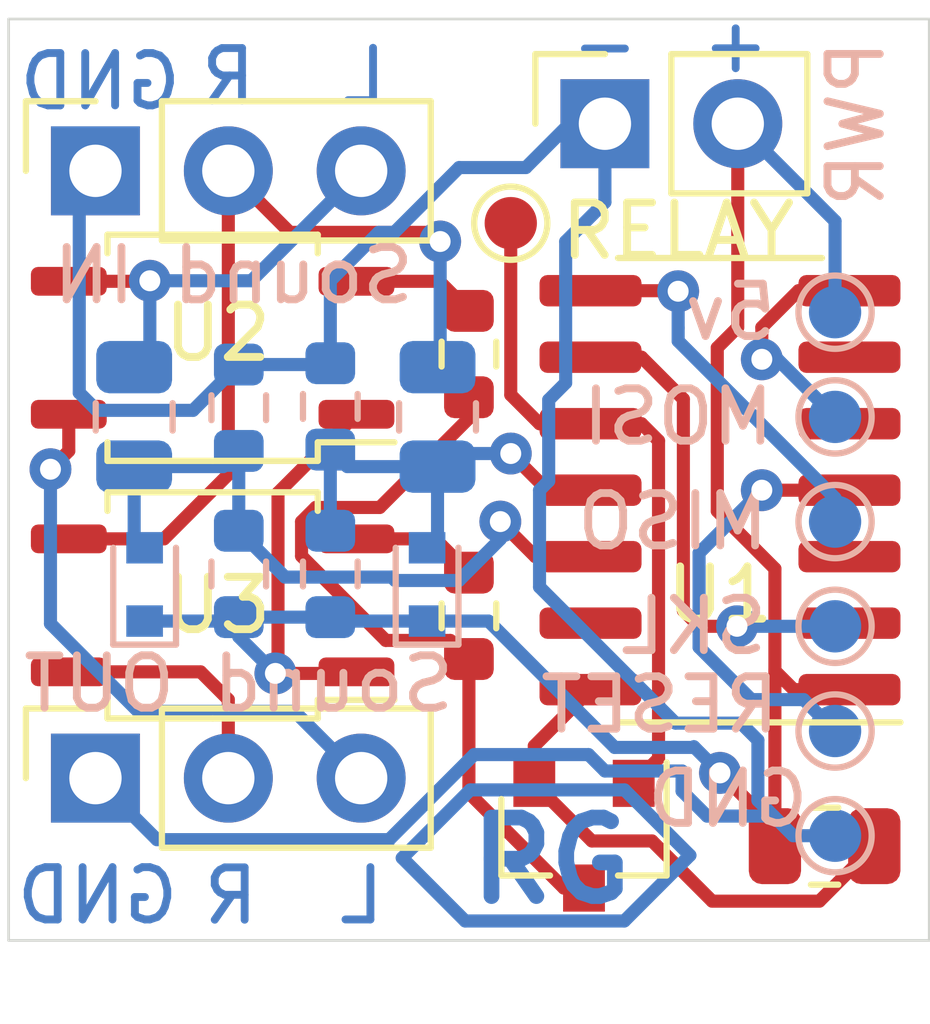
<source format=kicad_pcb>
(kicad_pcb (version 20171130) (host pcbnew 5.1.7-a382d34a8~88~ubuntu16.04.1)

  (general
    (thickness 1.6)
    (drawings 20)
    (tracks 177)
    (zones 0)
    (modules 26)
    (nets 17)
  )

  (page A4)
  (layers
    (0 F.Cu signal)
    (31 B.Cu signal)
    (32 B.Adhes user)
    (33 F.Adhes user)
    (34 B.Paste user)
    (35 F.Paste user)
    (36 B.SilkS user)
    (37 F.SilkS user)
    (38 B.Mask user)
    (39 F.Mask user)
    (40 Dwgs.User user)
    (41 Cmts.User user)
    (42 Eco1.User user)
    (43 Eco2.User user)
    (44 Edge.Cuts user)
    (45 Margin user)
    (46 B.CrtYd user)
    (47 F.CrtYd user)
    (48 B.Fab user hide)
    (49 F.Fab user hide)
  )

  (setup
    (last_trace_width 0.25)
    (trace_clearance 0.2)
    (zone_clearance 0.508)
    (zone_45_only no)
    (trace_min 0.2)
    (via_size 0.8)
    (via_drill 0.4)
    (via_min_size 0.4)
    (via_min_drill 0.3)
    (uvia_size 0.3)
    (uvia_drill 0.1)
    (uvias_allowed no)
    (uvia_min_size 0.2)
    (uvia_min_drill 0.1)
    (edge_width 0.05)
    (segment_width 0.2)
    (pcb_text_width 0.3)
    (pcb_text_size 1.5 1.5)
    (mod_edge_width 0.12)
    (mod_text_size 1 1)
    (mod_text_width 0.15)
    (pad_size 1.524 1.524)
    (pad_drill 0.762)
    (pad_to_mask_clearance 0)
    (aux_axis_origin 0 0)
    (visible_elements FFFFFF7F)
    (pcbplotparams
      (layerselection 0x010fc_ffffffff)
      (usegerberextensions false)
      (usegerberattributes true)
      (usegerberadvancedattributes true)
      (creategerberjobfile true)
      (excludeedgelayer true)
      (linewidth 0.100000)
      (plotframeref false)
      (viasonmask false)
      (mode 1)
      (useauxorigin false)
      (hpglpennumber 1)
      (hpglpenspeed 20)
      (hpglpendiameter 15.000000)
      (psnegative false)
      (psa4output false)
      (plotreference true)
      (plotvalue true)
      (plotinvisibletext false)
      (padsonsilk false)
      (subtractmaskfromsilk false)
      (outputformat 1)
      (mirror false)
      (drillshape 1)
      (scaleselection 1)
      (outputdirectory ""))
  )

  (net 0 "")
  (net 1 GND)
  (net 2 +5V)
  (net 3 Sense_R)
  (net 4 "Net-(C2-Pad1)")
  (net 5 Sense_L)
  (net 6 "Net-(C3-Pad1)")
  (net 7 "Net-(J2-Pad3)")
  (net 8 "Net-(J2-Pad2)")
  (net 9 "Net-(Q1-Pad3)")
  (net 10 Relay)
  (net 11 "Net-(R5-Pad1)")
  (net 12 "Net-(R6-Pad1)")
  (net 13 "Net-(TP3-Pad1)")
  (net 14 "Net-(TP4-Pad1)")
  (net 15 "Net-(TP5-Pad1)")
  (net 16 "Net-(TP6-Pad1)")

  (net_class Default "This is the default net class."
    (clearance 0.2)
    (trace_width 0.25)
    (via_dia 0.8)
    (via_drill 0.4)
    (uvia_dia 0.3)
    (uvia_drill 0.1)
    (add_net +5V)
    (add_net GND)
    (add_net "Net-(C2-Pad1)")
    (add_net "Net-(C3-Pad1)")
    (add_net "Net-(J2-Pad2)")
    (add_net "Net-(J2-Pad3)")
    (add_net "Net-(Q1-Pad3)")
    (add_net "Net-(R5-Pad1)")
    (add_net "Net-(R6-Pad1)")
    (add_net "Net-(TP3-Pad1)")
    (add_net "Net-(TP4-Pad1)")
    (add_net "Net-(TP5-Pad1)")
    (add_net "Net-(TP6-Pad1)")
    (add_net Relay)
    (add_net Sense_L)
    (add_net Sense_R)
  )

  (module RG:rg-logo-smol (layer F.Cu) (tedit 6098DF8D) (tstamp 609943F3)
    (at 164.55 75.4)
    (fp_text reference REF** (at 5.525 -5.55) (layer F.SilkS) hide
      (effects (font (size 1 1) (thickness 0.15)))
    )
    (fp_text value rg-logo-smol (at 5.525 -6.55) (layer F.Fab)
      (effects (font (size 1 1) (thickness 0.15)))
    )
    (fp_text user RG (at 0.025 0.075) (layer B.Cu)
      (effects (font (size 1.5 1.5) (thickness 0.3)))
    )
    (fp_line (start -1.525 -1.275) (end -2.825 0.025) (layer B.Cu) (width 0.25))
    (fp_line (start -2.825 0.025) (end -1.621419 1.228581) (layer B.Cu) (width 0.25))
    (fp_line (start -1.621419 1.228581) (end 1.421419 1.228581) (layer B.Cu) (width 0.25))
    (fp_line (start 1.425 -1.275) (end -1.525 -1.275) (layer B.Cu) (width 0.25))
    (fp_line (start 2.675 -0.025) (end 1.425 -1.275) (layer B.Cu) (width 0.25))
    (fp_line (start 1.421419 1.228581) (end 2.675 -0.025) (layer B.Cu) (width 0.25))
    (fp_poly (pts (xy 2.575 -0.025) (xy 1.4 1.2) (xy -1.55 1.2) (xy -2.725 0.025)
      (xy -1.55 -1.2) (xy 1.4 -1.2)) (layer B.Mask) (width 0.1))
  )

  (module TestPoint:TestPoint_Pad_D1.0mm (layer F.Cu) (tedit 5A0F774F) (tstamp 6096FAE1)
    (at 163.8 63.3)
    (descr "SMD pad as test Point, diameter 1.0mm")
    (tags "test point SMD pad")
    (path /609729FE)
    (attr virtual)
    (fp_text reference TP7 (at 0 -1.448) (layer F.SilkS) hide
      (effects (font (size 1 1) (thickness 0.15)))
    )
    (fp_text value RELAY (at 3.2 0.15) (layer F.SilkS)
      (effects (font (size 1 1) (thickness 0.15)))
    )
    (fp_circle (center 0 0) (end 0 0.7) (layer F.SilkS) (width 0.12))
    (fp_circle (center 0 0) (end 1 0) (layer F.CrtYd) (width 0.05))
    (fp_text user %R (at 0 -1.45) (layer F.Fab)
      (effects (font (size 1 1) (thickness 0.15)))
    )
    (pad 1 smd circle (at 0 0) (size 1 1) (layers F.Cu F.Mask)
      (net 10 Relay))
  )

  (module TestPoint:TestPoint_Pad_D1.0mm (layer B.Cu) (tedit 5A0F774F) (tstamp 6095F394)
    (at 170 67)
    (descr "SMD pad as test Point, diameter 1.0mm")
    (tags "test point SMD pad")
    (path /60A70BD2)
    (attr virtual)
    (fp_text reference TP6 (at 0 1.448) (layer B.SilkS) hide
      (effects (font (size 1 1) (thickness 0.15)) (justify mirror))
    )
    (fp_text value MOSI (at -3 0) (layer B.SilkS)
      (effects (font (size 1 1) (thickness 0.15)) (justify mirror))
    )
    (fp_circle (center 0 0) (end 1 0) (layer B.CrtYd) (width 0.05))
    (fp_circle (center 0 0) (end 0 -0.7) (layer B.SilkS) (width 0.12))
    (fp_text user %R (at 0 1.45) (layer B.Fab)
      (effects (font (size 1 1) (thickness 0.15)) (justify mirror))
    )
    (pad 1 smd circle (at 0 0) (size 1 1) (layers B.Cu B.Mask)
      (net 16 "Net-(TP6-Pad1)"))
  )

  (module TestPoint:TestPoint_Pad_D1.0mm (layer B.Cu) (tedit 5A0F774F) (tstamp 6095F38C)
    (at 170 69)
    (descr "SMD pad as test Point, diameter 1.0mm")
    (tags "test point SMD pad")
    (path /60A6FF4D)
    (attr virtual)
    (fp_text reference TP5 (at 0 1.448) (layer B.SilkS) hide
      (effects (font (size 1 1) (thickness 0.15)) (justify mirror))
    )
    (fp_text value MISO (at -3.1 0) (layer B.SilkS)
      (effects (font (size 1 1) (thickness 0.15)) (justify mirror))
    )
    (fp_circle (center 0 0) (end 1 0) (layer B.CrtYd) (width 0.05))
    (fp_circle (center 0 0) (end 0 -0.7) (layer B.SilkS) (width 0.12))
    (fp_text user %R (at 0 1.45) (layer B.Fab)
      (effects (font (size 1 1) (thickness 0.15)) (justify mirror))
    )
    (pad 1 smd circle (at 0 0) (size 1 1) (layers B.Cu B.Mask)
      (net 15 "Net-(TP5-Pad1)"))
  )

  (module TestPoint:TestPoint_Pad_D1.0mm (layer B.Cu) (tedit 5A0F774F) (tstamp 6095F384)
    (at 170 71)
    (descr "SMD pad as test Point, diameter 1.0mm")
    (tags "test point SMD pad")
    (path /60A70207)
    (attr virtual)
    (fp_text reference TP4 (at 0 1.448) (layer B.SilkS) hide
      (effects (font (size 1 1) (thickness 0.15)) (justify mirror))
    )
    (fp_text value SKL (at -2.7 0) (layer B.SilkS)
      (effects (font (size 1 1) (thickness 0.15)) (justify mirror))
    )
    (fp_circle (center 0 0) (end 1 0) (layer B.CrtYd) (width 0.05))
    (fp_circle (center 0 0) (end 0 -0.7) (layer B.SilkS) (width 0.12))
    (fp_text user %R (at 0 1.45) (layer B.Fab)
      (effects (font (size 1 1) (thickness 0.15)) (justify mirror))
    )
    (pad 1 smd circle (at 0 0) (size 1 1) (layers B.Cu B.Mask)
      (net 14 "Net-(TP4-Pad1)"))
  )

  (module TestPoint:TestPoint_Pad_D1.0mm (layer B.Cu) (tedit 5A0F774F) (tstamp 6095F37C)
    (at 170 73)
    (descr "SMD pad as test Point, diameter 1.0mm")
    (tags "test point SMD pad")
    (path /60A70717)
    (attr virtual)
    (fp_text reference TP3 (at 0 1.448) (layer B.SilkS) hide
      (effects (font (size 1 1) (thickness 0.15)) (justify mirror))
    )
    (fp_text value RESET (at -3.35 -0.5) (layer B.SilkS)
      (effects (font (size 1 1) (thickness 0.15)) (justify mirror))
    )
    (fp_circle (center 0 0) (end 1 0) (layer B.CrtYd) (width 0.05))
    (fp_circle (center 0 0) (end 0 -0.7) (layer B.SilkS) (width 0.12))
    (fp_text user %R (at 0 1.45) (layer B.Fab)
      (effects (font (size 1 1) (thickness 0.15)) (justify mirror))
    )
    (pad 1 smd circle (at 0 0) (size 1 1) (layers B.Cu B.Mask)
      (net 13 "Net-(TP3-Pad1)"))
  )

  (module TestPoint:TestPoint_Pad_D1.0mm (layer B.Cu) (tedit 5A0F774F) (tstamp 6095F374)
    (at 170 75)
    (descr "SMD pad as test Point, diameter 1.0mm")
    (tags "test point SMD pad")
    (path /60A71065)
    (attr virtual)
    (fp_text reference TP2 (at -2.7 0) (layer B.SilkS) hide
      (effects (font (size 1 1) (thickness 0.15)) (justify mirror))
    )
    (fp_text value GND (at -2.05 -0.7) (layer B.SilkS)
      (effects (font (size 1 1) (thickness 0.15)) (justify mirror))
    )
    (fp_circle (center 0 0) (end 1 0) (layer B.CrtYd) (width 0.05))
    (fp_circle (center 0 0) (end 0 -0.7) (layer B.SilkS) (width 0.12))
    (fp_text user %R (at 0 1.45) (layer B.Fab)
      (effects (font (size 1 1) (thickness 0.15)) (justify mirror))
    )
    (pad 1 smd circle (at 0 0) (size 1 1) (layers B.Cu B.Mask)
      (net 1 GND))
  )

  (module TestPoint:TestPoint_Pad_D1.0mm (layer B.Cu) (tedit 5A0F774F) (tstamp 6095F36C)
    (at 170 65)
    (descr "SMD pad as test Point, diameter 1.0mm")
    (tags "test point SMD pad")
    (path /60A7147A)
    (attr virtual)
    (fp_text reference TP1 (at 0 1.448) (layer B.SilkS) hide
      (effects (font (size 1 1) (thickness 0.15)) (justify mirror))
    )
    (fp_text value 5v (at -2 0) (layer B.SilkS)
      (effects (font (size 1 1) (thickness 0.15)) (justify mirror))
    )
    (fp_circle (center 0 0) (end 1 0) (layer B.CrtYd) (width 0.05))
    (fp_circle (center 0 0) (end 0 -0.7) (layer B.SilkS) (width 0.12))
    (fp_text user %R (at 0 1.45) (layer B.Fab)
      (effects (font (size 1 1) (thickness 0.15)) (justify mirror))
    )
    (pad 1 smd circle (at 0 0) (size 1 1) (layers B.Cu B.Mask)
      (net 2 +5V))
  )

  (module Package_SO:SOP-4_3.8x4.1mm_P2.54mm (layer F.Cu) (tedit 5D9F72B1) (tstamp 6095B65F)
    (at 158.1 70.6 180)
    (descr "SOP, 4 Pin (http://www.ixysic.com/home/pdfs.nsf/www/CPC1017N.pdf/$file/CPC1017N.pdf), generated with kicad-footprint-generator ipc_gullwing_generator.py")
    (tags "SOP SO")
    (path /609CF040)
    (attr smd)
    (fp_text reference U3 (at -0.1 0) (layer F.SilkS)
      (effects (font (size 1 1) (thickness 0.15)))
    )
    (fp_text value SFH617A-2X006 (at 0 3) (layer F.Fab)
      (effects (font (size 1 1) (thickness 0.15)))
    )
    (fp_line (start 0 2.16) (end 2.01 2.16) (layer F.SilkS) (width 0.12))
    (fp_line (start 2.01 2.16) (end 2.01 1.805) (layer F.SilkS) (width 0.12))
    (fp_line (start 0 2.16) (end -2.01 2.16) (layer F.SilkS) (width 0.12))
    (fp_line (start -2.01 2.16) (end -2.01 1.805) (layer F.SilkS) (width 0.12))
    (fp_line (start 0 -2.16) (end 2.01 -2.16) (layer F.SilkS) (width 0.12))
    (fp_line (start 2.01 -2.16) (end 2.01 -1.805) (layer F.SilkS) (width 0.12))
    (fp_line (start 0 -2.16) (end -2.01 -2.16) (layer F.SilkS) (width 0.12))
    (fp_line (start -2.01 -2.16) (end -2.01 -1.805) (layer F.SilkS) (width 0.12))
    (fp_line (start -2.01 -1.805) (end -3.475 -1.805) (layer F.SilkS) (width 0.12))
    (fp_line (start -0.95 -2.05) (end 1.9 -2.05) (layer F.Fab) (width 0.1))
    (fp_line (start 1.9 -2.05) (end 1.9 2.05) (layer F.Fab) (width 0.1))
    (fp_line (start 1.9 2.05) (end -1.9 2.05) (layer F.Fab) (width 0.1))
    (fp_line (start -1.9 2.05) (end -1.9 -1.1) (layer F.Fab) (width 0.1))
    (fp_line (start -1.9 -1.1) (end -0.95 -2.05) (layer F.Fab) (width 0.1))
    (fp_line (start -3.72 -2.3) (end -3.72 2.3) (layer F.CrtYd) (width 0.05))
    (fp_line (start -3.72 2.3) (end 3.72 2.3) (layer F.CrtYd) (width 0.05))
    (fp_line (start 3.72 2.3) (end 3.72 -2.3) (layer F.CrtYd) (width 0.05))
    (fp_line (start 3.72 -2.3) (end -3.72 -2.3) (layer F.CrtYd) (width 0.05))
    (fp_text user %R (at 0 0) (layer F.Fab)
      (effects (font (size 0.95 0.95) (thickness 0.14)))
    )
    (pad 4 smd roundrect (at 2.75 -1.27 180) (size 1.45 0.55) (layers F.Cu F.Paste F.Mask) (roundrect_rratio 0.25)
      (net 8 "Net-(J2-Pad2)"))
    (pad 3 smd roundrect (at 2.75 1.27 180) (size 1.45 0.55) (layers F.Cu F.Paste F.Mask) (roundrect_rratio 0.25)
      (net 6 "Net-(C3-Pad1)"))
    (pad 2 smd roundrect (at -2.75 1.27 180) (size 1.45 0.55) (layers F.Cu F.Paste F.Mask) (roundrect_rratio 0.25)
      (net 12 "Net-(R6-Pad1)"))
    (pad 1 smd roundrect (at -2.75 -1.27 180) (size 1.45 0.55) (layers F.Cu F.Paste F.Mask) (roundrect_rratio 0.25)
      (net 2 +5V))
    (model ${KISYS3DMOD}/Package_SO.3dshapes/SOP-4_3.8x4.1mm_P2.54mm.wrl
      (at (xyz 0 0 0))
      (scale (xyz 1 1 1))
      (rotate (xyz 0 0 0))
    )
  )

  (module Package_SO:SOP-4_3.8x4.1mm_P2.54mm (layer F.Cu) (tedit 5D9F72B1) (tstamp 6095B647)
    (at 158.1 65.68 180)
    (descr "SOP, 4 Pin (http://www.ixysic.com/home/pdfs.nsf/www/CPC1017N.pdf/$file/CPC1017N.pdf), generated with kicad-footprint-generator ipc_gullwing_generator.py")
    (tags "SOP SO")
    (path /609CB032)
    (attr smd)
    (fp_text reference U2 (at -0.1 0.28) (layer F.SilkS)
      (effects (font (size 1 1) (thickness 0.15)))
    )
    (fp_text value SFH617A-2X006 (at 0 3) (layer F.Fab)
      (effects (font (size 1 1) (thickness 0.15)))
    )
    (fp_line (start 0 2.16) (end 2.01 2.16) (layer F.SilkS) (width 0.12))
    (fp_line (start 2.01 2.16) (end 2.01 1.805) (layer F.SilkS) (width 0.12))
    (fp_line (start 0 2.16) (end -2.01 2.16) (layer F.SilkS) (width 0.12))
    (fp_line (start -2.01 2.16) (end -2.01 1.805) (layer F.SilkS) (width 0.12))
    (fp_line (start 0 -2.16) (end 2.01 -2.16) (layer F.SilkS) (width 0.12))
    (fp_line (start 2.01 -2.16) (end 2.01 -1.805) (layer F.SilkS) (width 0.12))
    (fp_line (start 0 -2.16) (end -2.01 -2.16) (layer F.SilkS) (width 0.12))
    (fp_line (start -2.01 -2.16) (end -2.01 -1.805) (layer F.SilkS) (width 0.12))
    (fp_line (start -2.01 -1.805) (end -3.475 -1.805) (layer F.SilkS) (width 0.12))
    (fp_line (start -0.95 -2.05) (end 1.9 -2.05) (layer F.Fab) (width 0.1))
    (fp_line (start 1.9 -2.05) (end 1.9 2.05) (layer F.Fab) (width 0.1))
    (fp_line (start 1.9 2.05) (end -1.9 2.05) (layer F.Fab) (width 0.1))
    (fp_line (start -1.9 2.05) (end -1.9 -1.1) (layer F.Fab) (width 0.1))
    (fp_line (start -1.9 -1.1) (end -0.95 -2.05) (layer F.Fab) (width 0.1))
    (fp_line (start -3.72 -2.3) (end -3.72 2.3) (layer F.CrtYd) (width 0.05))
    (fp_line (start -3.72 2.3) (end 3.72 2.3) (layer F.CrtYd) (width 0.05))
    (fp_line (start 3.72 2.3) (end 3.72 -2.3) (layer F.CrtYd) (width 0.05))
    (fp_line (start 3.72 -2.3) (end -3.72 -2.3) (layer F.CrtYd) (width 0.05))
    (fp_text user %R (at 0 0) (layer F.Fab)
      (effects (font (size 0.95 0.95) (thickness 0.14)))
    )
    (pad 4 smd roundrect (at 2.75 -1.27 180) (size 1.45 0.55) (layers F.Cu F.Paste F.Mask) (roundrect_rratio 0.25)
      (net 7 "Net-(J2-Pad3)"))
    (pad 3 smd roundrect (at 2.75 1.27 180) (size 1.45 0.55) (layers F.Cu F.Paste F.Mask) (roundrect_rratio 0.25)
      (net 4 "Net-(C2-Pad1)"))
    (pad 2 smd roundrect (at -2.75 1.27 180) (size 1.45 0.55) (layers F.Cu F.Paste F.Mask) (roundrect_rratio 0.25)
      (net 11 "Net-(R5-Pad1)"))
    (pad 1 smd roundrect (at -2.75 -1.27 180) (size 1.45 0.55) (layers F.Cu F.Paste F.Mask) (roundrect_rratio 0.25)
      (net 2 +5V))
    (model ${KISYS3DMOD}/Package_SO.3dshapes/SOP-4_3.8x4.1mm_P2.54mm.wrl
      (at (xyz 0 0 0))
      (scale (xyz 1 1 1))
      (rotate (xyz 0 0 0))
    )
  )

  (module Package_TO_SOT_SMD:SOT-23 (layer F.Cu) (tedit 5A02FF57) (tstamp 6095CFEF)
    (at 165.2 75 270)
    (descr "SOT-23, Standard")
    (tags SOT-23)
    (path /60A53CA3)
    (attr smd)
    (fp_text reference Q1 (at 0.6 -1.2 90) (layer F.SilkS) hide
      (effects (font (size 1 1) (thickness 0.15)))
    )
    (fp_text value AQY212S (at 0 2.5 90) (layer F.Fab)
      (effects (font (size 1 1) (thickness 0.15)))
    )
    (fp_line (start -0.7 -0.95) (end -0.7 1.5) (layer F.Fab) (width 0.1))
    (fp_line (start -0.15 -1.52) (end 0.7 -1.52) (layer F.Fab) (width 0.1))
    (fp_line (start -0.7 -0.95) (end -0.15 -1.52) (layer F.Fab) (width 0.1))
    (fp_line (start 0.7 -1.52) (end 0.7 1.52) (layer F.Fab) (width 0.1))
    (fp_line (start -0.7 1.52) (end 0.7 1.52) (layer F.Fab) (width 0.1))
    (fp_line (start 0.76 1.58) (end 0.76 0.65) (layer F.SilkS) (width 0.12))
    (fp_line (start 0.76 -1.58) (end 0.76 -0.65) (layer F.SilkS) (width 0.12))
    (fp_line (start -1.7 -1.75) (end 1.7 -1.75) (layer F.CrtYd) (width 0.05))
    (fp_line (start 1.7 -1.75) (end 1.7 1.75) (layer F.CrtYd) (width 0.05))
    (fp_line (start 1.7 1.75) (end -1.7 1.75) (layer F.CrtYd) (width 0.05))
    (fp_line (start -1.7 1.75) (end -1.7 -1.75) (layer F.CrtYd) (width 0.05))
    (fp_line (start 0.76 -1.58) (end -1.4 -1.58) (layer F.SilkS) (width 0.12))
    (fp_line (start 0.76 1.58) (end -0.7 1.58) (layer F.SilkS) (width 0.12))
    (fp_text user %R (at 0 0) (layer F.Fab)
      (effects (font (size 0.5 0.5) (thickness 0.075)))
    )
    (pad 3 smd rect (at 1 0 270) (size 0.9 0.8) (layers F.Cu F.Paste F.Mask)
      (net 9 "Net-(Q1-Pad3)"))
    (pad 2 smd rect (at -1 0.95 270) (size 0.9 0.8) (layers F.Cu F.Paste F.Mask)
      (net 1 GND))
    (pad 1 smd rect (at -1 -0.95 270) (size 0.9 0.8) (layers F.Cu F.Paste F.Mask)
      (net 10 Relay))
    (model ${KISYS3DMOD}/Package_TO_SOT_SMD.3dshapes/SOT-23.wrl
      (at (xyz 0 0 0))
      (scale (xyz 1 1 1))
      (rotate (xyz 0 0 0))
    )
  )

  (module Package_SO:SOIC-14_3.9x8.7mm_P1.27mm (layer F.Cu) (tedit 5D9F72B1) (tstamp 6095B62F)
    (at 167.8 68.4 180)
    (descr "SOIC, 14 Pin (JEDEC MS-012AB, https://www.analog.com/media/en/package-pcb-resources/package/pkg_pdf/soic_narrow-r/r_14.pdf), generated with kicad-footprint-generator ipc_gullwing_generator.py")
    (tags "SOIC SO")
    (path /60941087)
    (attr smd)
    (fp_text reference U1 (at 0 -2) (layer F.SilkS)
      (effects (font (size 1 1) (thickness 0.15)))
    )
    (fp_text value ATtiny24-20SSU (at 0 5.28) (layer F.Fab)
      (effects (font (size 1 1) (thickness 0.15)))
    )
    (fp_line (start 0 4.435) (end 1.95 4.435) (layer F.SilkS) (width 0.12))
    (fp_line (start 0 4.435) (end -1.95 4.435) (layer F.SilkS) (width 0.12))
    (fp_line (start 0 -4.435) (end 1.95 -4.435) (layer F.SilkS) (width 0.12))
    (fp_line (start 0 -4.435) (end -3.45 -4.435) (layer F.SilkS) (width 0.12))
    (fp_line (start -0.975 -4.325) (end 1.95 -4.325) (layer F.Fab) (width 0.1))
    (fp_line (start 1.95 -4.325) (end 1.95 4.325) (layer F.Fab) (width 0.1))
    (fp_line (start 1.95 4.325) (end -1.95 4.325) (layer F.Fab) (width 0.1))
    (fp_line (start -1.95 4.325) (end -1.95 -3.35) (layer F.Fab) (width 0.1))
    (fp_line (start -1.95 -3.35) (end -0.975 -4.325) (layer F.Fab) (width 0.1))
    (fp_line (start -3.7 -4.58) (end -3.7 4.58) (layer F.CrtYd) (width 0.05))
    (fp_line (start -3.7 4.58) (end 3.7 4.58) (layer F.CrtYd) (width 0.05))
    (fp_line (start 3.7 4.58) (end 3.7 -4.58) (layer F.CrtYd) (width 0.05))
    (fp_line (start 3.7 -4.58) (end -3.7 -4.58) (layer F.CrtYd) (width 0.05))
    (fp_text user %R (at 0.3 -0.95) (layer F.Fab)
      (effects (font (size 0.98 0.98) (thickness 0.15)))
    )
    (pad 14 smd roundrect (at 2.475 -3.81 180) (size 1.95 0.6) (layers F.Cu F.Paste F.Mask) (roundrect_rratio 0.25)
      (net 1 GND))
    (pad 13 smd roundrect (at 2.475 -2.54 180) (size 1.95 0.6) (layers F.Cu F.Paste F.Mask) (roundrect_rratio 0.25))
    (pad 12 smd roundrect (at 2.475 -1.27 180) (size 1.95 0.6) (layers F.Cu F.Paste F.Mask) (roundrect_rratio 0.25)
      (net 3 Sense_R))
    (pad 11 smd roundrect (at 2.475 0 180) (size 1.95 0.6) (layers F.Cu F.Paste F.Mask) (roundrect_rratio 0.25)
      (net 5 Sense_L))
    (pad 10 smd roundrect (at 2.475 1.27 180) (size 1.95 0.6) (layers F.Cu F.Paste F.Mask) (roundrect_rratio 0.25)
      (net 10 Relay))
    (pad 9 smd roundrect (at 2.475 2.54 180) (size 1.95 0.6) (layers F.Cu F.Paste F.Mask) (roundrect_rratio 0.25)
      (net 14 "Net-(TP4-Pad1)"))
    (pad 8 smd roundrect (at 2.475 3.81 180) (size 1.95 0.6) (layers F.Cu F.Paste F.Mask) (roundrect_rratio 0.25)
      (net 15 "Net-(TP5-Pad1)"))
    (pad 7 smd roundrect (at -2.475 3.81 180) (size 1.95 0.6) (layers F.Cu F.Paste F.Mask) (roundrect_rratio 0.25)
      (net 16 "Net-(TP6-Pad1)"))
    (pad 6 smd roundrect (at -2.475 2.54 180) (size 1.95 0.6) (layers F.Cu F.Paste F.Mask) (roundrect_rratio 0.25))
    (pad 5 smd roundrect (at -2.475 1.27 180) (size 1.95 0.6) (layers F.Cu F.Paste F.Mask) (roundrect_rratio 0.25))
    (pad 4 smd roundrect (at -2.475 0 180) (size 1.95 0.6) (layers F.Cu F.Paste F.Mask) (roundrect_rratio 0.25)
      (net 13 "Net-(TP3-Pad1)"))
    (pad 3 smd roundrect (at -2.475 -1.27 180) (size 1.95 0.6) (layers F.Cu F.Paste F.Mask) (roundrect_rratio 0.25))
    (pad 2 smd roundrect (at -2.475 -2.54 180) (size 1.95 0.6) (layers F.Cu F.Paste F.Mask) (roundrect_rratio 0.25))
    (pad 1 smd roundrect (at -2.475 -3.81 180) (size 1.95 0.6) (layers F.Cu F.Paste F.Mask) (roundrect_rratio 0.25)
      (net 2 +5V))
    (model ${KISYS3DMOD}/Package_SO.3dshapes/SOIC-14_3.9x8.7mm_P1.27mm.wrl
      (at (xyz 0 0 0))
      (scale (xyz 1 1 1))
      (rotate (xyz 0 0 0))
    )
  )

  (module Resistor_SMD:R_0603_1608Metric (layer F.Cu) (tedit 5F68FEEE) (tstamp 6095B60F)
    (at 163 70.8 270)
    (descr "Resistor SMD 0603 (1608 Metric), square (rectangular) end terminal, IPC_7351 nominal, (Body size source: IPC-SM-782 page 72, https://www.pcb-3d.com/wordpress/wp-content/uploads/ipc-sm-782a_amendment_1_and_2.pdf), generated with kicad-footprint-generator")
    (tags resistor)
    (path /609D1D65)
    (attr smd)
    (fp_text reference R6 (at 0 -1.43 90) (layer F.SilkS) hide
      (effects (font (size 1 1) (thickness 0.15)))
    )
    (fp_text value 700r (at 0 1.43 90) (layer F.Fab)
      (effects (font (size 1 1) (thickness 0.15)))
    )
    (fp_line (start -0.8 0.4125) (end -0.8 -0.4125) (layer F.Fab) (width 0.1))
    (fp_line (start -0.8 -0.4125) (end 0.8 -0.4125) (layer F.Fab) (width 0.1))
    (fp_line (start 0.8 -0.4125) (end 0.8 0.4125) (layer F.Fab) (width 0.1))
    (fp_line (start 0.8 0.4125) (end -0.8 0.4125) (layer F.Fab) (width 0.1))
    (fp_line (start -0.237258 -0.5225) (end 0.237258 -0.5225) (layer F.SilkS) (width 0.12))
    (fp_line (start -0.237258 0.5225) (end 0.237258 0.5225) (layer F.SilkS) (width 0.12))
    (fp_line (start -1.48 0.73) (end -1.48 -0.73) (layer F.CrtYd) (width 0.05))
    (fp_line (start -1.48 -0.73) (end 1.48 -0.73) (layer F.CrtYd) (width 0.05))
    (fp_line (start 1.48 -0.73) (end 1.48 0.73) (layer F.CrtYd) (width 0.05))
    (fp_line (start 1.48 0.73) (end -1.48 0.73) (layer F.CrtYd) (width 0.05))
    (fp_text user %R (at 0 0 90) (layer F.Fab)
      (effects (font (size 0.4 0.4) (thickness 0.06)))
    )
    (pad 2 smd roundrect (at 0.825 0 270) (size 0.8 0.95) (layers F.Cu F.Paste F.Mask) (roundrect_rratio 0.25)
      (net 9 "Net-(Q1-Pad3)"))
    (pad 1 smd roundrect (at -0.825 0 270) (size 0.8 0.95) (layers F.Cu F.Paste F.Mask) (roundrect_rratio 0.25)
      (net 12 "Net-(R6-Pad1)"))
    (model ${KISYS3DMOD}/Resistor_SMD.3dshapes/R_0603_1608Metric.wrl
      (at (xyz 0 0 0))
      (scale (xyz 1 1 1))
      (rotate (xyz 0 0 0))
    )
  )

  (module Resistor_SMD:R_0603_1608Metric (layer F.Cu) (tedit 5F68FEEE) (tstamp 6095B5FE)
    (at 163 65.8 270)
    (descr "Resistor SMD 0603 (1608 Metric), square (rectangular) end terminal, IPC_7351 nominal, (Body size source: IPC-SM-782 page 72, https://www.pcb-3d.com/wordpress/wp-content/uploads/ipc-sm-782a_amendment_1_and_2.pdf), generated with kicad-footprint-generator")
    (tags resistor)
    (path /609C95CA)
    (attr smd)
    (fp_text reference R5 (at 0 -1.43 90) (layer F.SilkS) hide
      (effects (font (size 1 1) (thickness 0.15)))
    )
    (fp_text value 700r (at 0 1.43 90) (layer F.Fab)
      (effects (font (size 1 1) (thickness 0.15)))
    )
    (fp_line (start -0.8 0.4125) (end -0.8 -0.4125) (layer F.Fab) (width 0.1))
    (fp_line (start -0.8 -0.4125) (end 0.8 -0.4125) (layer F.Fab) (width 0.1))
    (fp_line (start 0.8 -0.4125) (end 0.8 0.4125) (layer F.Fab) (width 0.1))
    (fp_line (start 0.8 0.4125) (end -0.8 0.4125) (layer F.Fab) (width 0.1))
    (fp_line (start -0.237258 -0.5225) (end 0.237258 -0.5225) (layer F.SilkS) (width 0.12))
    (fp_line (start -0.237258 0.5225) (end 0.237258 0.5225) (layer F.SilkS) (width 0.12))
    (fp_line (start -1.48 0.73) (end -1.48 -0.73) (layer F.CrtYd) (width 0.05))
    (fp_line (start -1.48 -0.73) (end 1.48 -0.73) (layer F.CrtYd) (width 0.05))
    (fp_line (start 1.48 -0.73) (end 1.48 0.73) (layer F.CrtYd) (width 0.05))
    (fp_line (start 1.48 0.73) (end -1.48 0.73) (layer F.CrtYd) (width 0.05))
    (fp_text user %R (at 0 0 90) (layer F.Fab)
      (effects (font (size 0.4 0.4) (thickness 0.06)))
    )
    (pad 2 smd roundrect (at 0.825 0 270) (size 0.8 0.95) (layers F.Cu F.Paste F.Mask) (roundrect_rratio 0.25)
      (net 9 "Net-(Q1-Pad3)"))
    (pad 1 smd roundrect (at -0.825 0 270) (size 0.8 0.95) (layers F.Cu F.Paste F.Mask) (roundrect_rratio 0.25)
      (net 11 "Net-(R5-Pad1)"))
    (model ${KISYS3DMOD}/Resistor_SMD.3dshapes/R_0603_1608Metric.wrl
      (at (xyz 0 0 0))
      (scale (xyz 1 1 1))
      (rotate (xyz 0 0 0))
    )
  )

  (module Resistor_SMD:R_0603_1608Metric (layer B.Cu) (tedit 5F68FEEE) (tstamp 6095B5ED)
    (at 160.35 66.8 90)
    (descr "Resistor SMD 0603 (1608 Metric), square (rectangular) end terminal, IPC_7351 nominal, (Body size source: IPC-SM-782 page 72, https://www.pcb-3d.com/wordpress/wp-content/uploads/ipc-sm-782a_amendment_1_and_2.pdf), generated with kicad-footprint-generator")
    (tags resistor)
    (path /60995086)
    (attr smd)
    (fp_text reference R4 (at 0 1.43 -90) (layer B.SilkS) hide
      (effects (font (size 1 1) (thickness 0.15)) (justify mirror))
    )
    (fp_text value 39K (at 0 -1.43 -90) (layer B.Fab)
      (effects (font (size 1 1) (thickness 0.15)) (justify mirror))
    )
    (fp_line (start -0.8 -0.4125) (end -0.8 0.4125) (layer B.Fab) (width 0.1))
    (fp_line (start -0.8 0.4125) (end 0.8 0.4125) (layer B.Fab) (width 0.1))
    (fp_line (start 0.8 0.4125) (end 0.8 -0.4125) (layer B.Fab) (width 0.1))
    (fp_line (start 0.8 -0.4125) (end -0.8 -0.4125) (layer B.Fab) (width 0.1))
    (fp_line (start -0.237258 0.5225) (end 0.237258 0.5225) (layer B.SilkS) (width 0.12))
    (fp_line (start -0.237258 -0.5225) (end 0.237258 -0.5225) (layer B.SilkS) (width 0.12))
    (fp_line (start -1.48 -0.73) (end -1.48 0.73) (layer B.CrtYd) (width 0.05))
    (fp_line (start -1.48 0.73) (end 1.48 0.73) (layer B.CrtYd) (width 0.05))
    (fp_line (start 1.48 0.73) (end 1.48 -0.73) (layer B.CrtYd) (width 0.05))
    (fp_line (start 1.48 -0.73) (end -1.48 -0.73) (layer B.CrtYd) (width 0.05))
    (fp_text user %R (at 0 0 -90) (layer B.Fab)
      (effects (font (size 0.4 0.4) (thickness 0.06)) (justify mirror))
    )
    (pad 2 smd roundrect (at 0.825 0 90) (size 0.8 0.95) (layers B.Cu B.Paste B.Mask) (roundrect_rratio 0.25)
      (net 1 GND))
    (pad 1 smd roundrect (at -0.825 0 90) (size 0.8 0.95) (layers B.Cu B.Paste B.Mask) (roundrect_rratio 0.25)
      (net 5 Sense_L))
    (model ${KISYS3DMOD}/Resistor_SMD.3dshapes/R_0603_1608Metric.wrl
      (at (xyz 0 0 0))
      (scale (xyz 1 1 1))
      (rotate (xyz 0 0 0))
    )
  )

  (module Resistor_SMD:R_0603_1608Metric (layer B.Cu) (tedit 5F68FEEE) (tstamp 6095B5DC)
    (at 160.35 70 90)
    (descr "Resistor SMD 0603 (1608 Metric), square (rectangular) end terminal, IPC_7351 nominal, (Body size source: IPC-SM-782 page 72, https://www.pcb-3d.com/wordpress/wp-content/uploads/ipc-sm-782a_amendment_1_and_2.pdf), generated with kicad-footprint-generator")
    (tags resistor)
    (path /60995080)
    (attr smd)
    (fp_text reference R3 (at 0 1.43 -90) (layer B.SilkS) hide
      (effects (font (size 1 1) (thickness 0.15)) (justify mirror))
    )
    (fp_text value 39K (at 0 -1.43 -90) (layer B.Fab)
      (effects (font (size 1 1) (thickness 0.15)) (justify mirror))
    )
    (fp_line (start -0.8 -0.4125) (end -0.8 0.4125) (layer B.Fab) (width 0.1))
    (fp_line (start -0.8 0.4125) (end 0.8 0.4125) (layer B.Fab) (width 0.1))
    (fp_line (start 0.8 0.4125) (end 0.8 -0.4125) (layer B.Fab) (width 0.1))
    (fp_line (start 0.8 -0.4125) (end -0.8 -0.4125) (layer B.Fab) (width 0.1))
    (fp_line (start -0.237258 0.5225) (end 0.237258 0.5225) (layer B.SilkS) (width 0.12))
    (fp_line (start -0.237258 -0.5225) (end 0.237258 -0.5225) (layer B.SilkS) (width 0.12))
    (fp_line (start -1.48 -0.73) (end -1.48 0.73) (layer B.CrtYd) (width 0.05))
    (fp_line (start -1.48 0.73) (end 1.48 0.73) (layer B.CrtYd) (width 0.05))
    (fp_line (start 1.48 0.73) (end 1.48 -0.73) (layer B.CrtYd) (width 0.05))
    (fp_line (start 1.48 -0.73) (end -1.48 -0.73) (layer B.CrtYd) (width 0.05))
    (fp_text user %R (at 0 0 -90) (layer B.Fab)
      (effects (font (size 0.4 0.4) (thickness 0.06)) (justify mirror))
    )
    (pad 2 smd roundrect (at 0.825 0 90) (size 0.8 0.95) (layers B.Cu B.Paste B.Mask) (roundrect_rratio 0.25)
      (net 5 Sense_L))
    (pad 1 smd roundrect (at -0.825 0 90) (size 0.8 0.95) (layers B.Cu B.Paste B.Mask) (roundrect_rratio 0.25)
      (net 2 +5V))
    (model ${KISYS3DMOD}/Resistor_SMD.3dshapes/R_0603_1608Metric.wrl
      (at (xyz 0 0 0))
      (scale (xyz 1 1 1))
      (rotate (xyz 0 0 0))
    )
  )

  (module Resistor_SMD:R_0603_1608Metric (layer B.Cu) (tedit 5F68FEEE) (tstamp 6095B5CB)
    (at 158.6 66.825 90)
    (descr "Resistor SMD 0603 (1608 Metric), square (rectangular) end terminal, IPC_7351 nominal, (Body size source: IPC-SM-782 page 72, https://www.pcb-3d.com/wordpress/wp-content/uploads/ipc-sm-782a_amendment_1_and_2.pdf), generated with kicad-footprint-generator")
    (tags resistor)
    (path /60941C44)
    (attr smd)
    (fp_text reference R2 (at 0 1.43 -90) (layer B.SilkS) hide
      (effects (font (size 1 1) (thickness 0.15)) (justify mirror))
    )
    (fp_text value 39K (at 0 -1.43 -90) (layer B.Fab)
      (effects (font (size 1 1) (thickness 0.15)) (justify mirror))
    )
    (fp_line (start -0.8 -0.4125) (end -0.8 0.4125) (layer B.Fab) (width 0.1))
    (fp_line (start -0.8 0.4125) (end 0.8 0.4125) (layer B.Fab) (width 0.1))
    (fp_line (start 0.8 0.4125) (end 0.8 -0.4125) (layer B.Fab) (width 0.1))
    (fp_line (start 0.8 -0.4125) (end -0.8 -0.4125) (layer B.Fab) (width 0.1))
    (fp_line (start -0.237258 0.5225) (end 0.237258 0.5225) (layer B.SilkS) (width 0.12))
    (fp_line (start -0.237258 -0.5225) (end 0.237258 -0.5225) (layer B.SilkS) (width 0.12))
    (fp_line (start -1.48 -0.73) (end -1.48 0.73) (layer B.CrtYd) (width 0.05))
    (fp_line (start -1.48 0.73) (end 1.48 0.73) (layer B.CrtYd) (width 0.05))
    (fp_line (start 1.48 0.73) (end 1.48 -0.73) (layer B.CrtYd) (width 0.05))
    (fp_line (start 1.48 -0.73) (end -1.48 -0.73) (layer B.CrtYd) (width 0.05))
    (fp_text user %R (at 0 0 -90) (layer B.Fab)
      (effects (font (size 0.4 0.4) (thickness 0.06)) (justify mirror))
    )
    (pad 2 smd roundrect (at 0.825 0 90) (size 0.8 0.95) (layers B.Cu B.Paste B.Mask) (roundrect_rratio 0.25)
      (net 1 GND))
    (pad 1 smd roundrect (at -0.825 0 90) (size 0.8 0.95) (layers B.Cu B.Paste B.Mask) (roundrect_rratio 0.25)
      (net 3 Sense_R))
    (model ${KISYS3DMOD}/Resistor_SMD.3dshapes/R_0603_1608Metric.wrl
      (at (xyz 0 0 0))
      (scale (xyz 1 1 1))
      (rotate (xyz 0 0 0))
    )
  )

  (module Resistor_SMD:R_0603_1608Metric (layer B.Cu) (tedit 5F68FEEE) (tstamp 6095B5BA)
    (at 158.6 70 90)
    (descr "Resistor SMD 0603 (1608 Metric), square (rectangular) end terminal, IPC_7351 nominal, (Body size source: IPC-SM-782 page 72, https://www.pcb-3d.com/wordpress/wp-content/uploads/ipc-sm-782a_amendment_1_and_2.pdf), generated with kicad-footprint-generator")
    (tags resistor)
    (path /60941978)
    (attr smd)
    (fp_text reference R1 (at 0 1.43 -90) (layer B.SilkS) hide
      (effects (font (size 1 1) (thickness 0.15)) (justify mirror))
    )
    (fp_text value 39K (at 0 -1.43 -90) (layer B.Fab)
      (effects (font (size 1 1) (thickness 0.15)) (justify mirror))
    )
    (fp_line (start -0.8 -0.4125) (end -0.8 0.4125) (layer B.Fab) (width 0.1))
    (fp_line (start -0.8 0.4125) (end 0.8 0.4125) (layer B.Fab) (width 0.1))
    (fp_line (start 0.8 0.4125) (end 0.8 -0.4125) (layer B.Fab) (width 0.1))
    (fp_line (start 0.8 -0.4125) (end -0.8 -0.4125) (layer B.Fab) (width 0.1))
    (fp_line (start -0.237258 0.5225) (end 0.237258 0.5225) (layer B.SilkS) (width 0.12))
    (fp_line (start -0.237258 -0.5225) (end 0.237258 -0.5225) (layer B.SilkS) (width 0.12))
    (fp_line (start -1.48 -0.73) (end -1.48 0.73) (layer B.CrtYd) (width 0.05))
    (fp_line (start -1.48 0.73) (end 1.48 0.73) (layer B.CrtYd) (width 0.05))
    (fp_line (start 1.48 0.73) (end 1.48 -0.73) (layer B.CrtYd) (width 0.05))
    (fp_line (start 1.48 -0.73) (end -1.48 -0.73) (layer B.CrtYd) (width 0.05))
    (fp_text user %R (at 0 0 -90) (layer B.Fab)
      (effects (font (size 0.4 0.4) (thickness 0.06)) (justify mirror))
    )
    (pad 2 smd roundrect (at 0.825 0 90) (size 0.8 0.95) (layers B.Cu B.Paste B.Mask) (roundrect_rratio 0.25)
      (net 3 Sense_R))
    (pad 1 smd roundrect (at -0.825 0 90) (size 0.8 0.95) (layers B.Cu B.Paste B.Mask) (roundrect_rratio 0.25)
      (net 2 +5V))
    (model ${KISYS3DMOD}/Resistor_SMD.3dshapes/R_0603_1608Metric.wrl
      (at (xyz 0 0 0))
      (scale (xyz 1 1 1))
      (rotate (xyz 0 0 0))
    )
  )

  (module Connector_PinSocket_2.54mm:PinSocket_1x03_P2.54mm_Vertical (layer F.Cu) (tedit 5A19A429) (tstamp 6095B594)
    (at 155.86 62.3 90)
    (descr "Through hole straight socket strip, 1x03, 2.54mm pitch, single row (from Kicad 4.0.7), script generated")
    (tags "Through hole socket strip THT 1x03 2.54mm single row")
    (path /6097D446)
    (fp_text reference J3 (at 0 -2.77 90) (layer F.SilkS) hide
      (effects (font (size 1 1) (thickness 0.15)))
    )
    (fp_text value "Sound IN" (at -2 2.64) (layer B.SilkS)
      (effects (font (size 1 1) (thickness 0.15)) (justify mirror))
    )
    (fp_line (start -1.27 -1.27) (end 0.635 -1.27) (layer F.Fab) (width 0.1))
    (fp_line (start 0.635 -1.27) (end 1.27 -0.635) (layer F.Fab) (width 0.1))
    (fp_line (start 1.27 -0.635) (end 1.27 6.35) (layer F.Fab) (width 0.1))
    (fp_line (start 1.27 6.35) (end -1.27 6.35) (layer F.Fab) (width 0.1))
    (fp_line (start -1.27 6.35) (end -1.27 -1.27) (layer F.Fab) (width 0.1))
    (fp_line (start -1.33 1.27) (end 1.33 1.27) (layer F.SilkS) (width 0.12))
    (fp_line (start -1.33 1.27) (end -1.33 6.41) (layer F.SilkS) (width 0.12))
    (fp_line (start -1.33 6.41) (end 1.33 6.41) (layer F.SilkS) (width 0.12))
    (fp_line (start 1.33 1.27) (end 1.33 6.41) (layer F.SilkS) (width 0.12))
    (fp_line (start 1.33 -1.33) (end 1.33 0) (layer F.SilkS) (width 0.12))
    (fp_line (start 0 -1.33) (end 1.33 -1.33) (layer F.SilkS) (width 0.12))
    (fp_line (start -1.8 -1.8) (end 1.75 -1.8) (layer F.CrtYd) (width 0.05))
    (fp_line (start 1.75 -1.8) (end 1.75 6.85) (layer F.CrtYd) (width 0.05))
    (fp_line (start 1.75 6.85) (end -1.8 6.85) (layer F.CrtYd) (width 0.05))
    (fp_line (start -1.8 6.85) (end -1.8 -1.8) (layer F.CrtYd) (width 0.05))
    (fp_text user %R (at 0 2.54) (layer F.Fab)
      (effects (font (size 1 1) (thickness 0.15)))
    )
    (pad 3 thru_hole oval (at 0 5.08 90) (size 1.7 1.7) (drill 1) (layers *.Cu *.Mask)
      (net 4 "Net-(C2-Pad1)"))
    (pad 2 thru_hole oval (at 0 2.54 90) (size 1.7 1.7) (drill 1) (layers *.Cu *.Mask)
      (net 6 "Net-(C3-Pad1)"))
    (pad 1 thru_hole rect (at 0 0 90) (size 1.7 1.7) (drill 1) (layers *.Cu *.Mask)
      (net 1 GND))
    (model ${KISYS3DMOD}/Connector_PinSocket_2.54mm.3dshapes/PinSocket_1x03_P2.54mm_Vertical.wrl
      (at (xyz 0 0 0))
      (scale (xyz 1 1 1))
      (rotate (xyz 0 0 0))
    )
  )

  (module Connector_PinSocket_2.54mm:PinSocket_1x03_P2.54mm_Vertical (layer F.Cu) (tedit 5A19A429) (tstamp 6095B57D)
    (at 155.86 73.9 90)
    (descr "Through hole straight socket strip, 1x03, 2.54mm pitch, single row (from Kicad 4.0.7), script generated")
    (tags "Through hole socket strip THT 1x03 2.54mm single row")
    (path /6097DDF7)
    (fp_text reference J2 (at 0 -2.77 90) (layer F.SilkS) hide
      (effects (font (size 1 1) (thickness 0.15)))
    )
    (fp_text value "Sound OUT" (at 1.8 2.74 -180) (layer B.SilkS)
      (effects (font (size 1 1) (thickness 0.15)) (justify mirror))
    )
    (fp_line (start -1.27 -1.27) (end 0.635 -1.27) (layer F.Fab) (width 0.1))
    (fp_line (start 0.635 -1.27) (end 1.27 -0.635) (layer F.Fab) (width 0.1))
    (fp_line (start 1.27 -0.635) (end 1.27 6.35) (layer F.Fab) (width 0.1))
    (fp_line (start 1.27 6.35) (end -1.27 6.35) (layer F.Fab) (width 0.1))
    (fp_line (start -1.27 6.35) (end -1.27 -1.27) (layer F.Fab) (width 0.1))
    (fp_line (start -1.33 1.27) (end 1.33 1.27) (layer F.SilkS) (width 0.12))
    (fp_line (start -1.33 1.27) (end -1.33 6.41) (layer F.SilkS) (width 0.12))
    (fp_line (start -1.33 6.41) (end 1.33 6.41) (layer F.SilkS) (width 0.12))
    (fp_line (start 1.33 1.27) (end 1.33 6.41) (layer F.SilkS) (width 0.12))
    (fp_line (start 1.33 -1.33) (end 1.33 0) (layer F.SilkS) (width 0.12))
    (fp_line (start 0 -1.33) (end 1.33 -1.33) (layer F.SilkS) (width 0.12))
    (fp_line (start -1.8 -1.8) (end 1.75 -1.8) (layer F.CrtYd) (width 0.05))
    (fp_line (start 1.75 -1.8) (end 1.75 6.85) (layer F.CrtYd) (width 0.05))
    (fp_line (start 1.75 6.85) (end -1.8 6.85) (layer F.CrtYd) (width 0.05))
    (fp_line (start -1.8 6.85) (end -1.8 -1.8) (layer F.CrtYd) (width 0.05))
    (fp_text user %R (at 0 2.54) (layer F.Fab)
      (effects (font (size 1 1) (thickness 0.15)))
    )
    (pad 3 thru_hole oval (at 0 5.08 90) (size 1.7 1.7) (drill 1) (layers *.Cu *.Mask)
      (net 7 "Net-(J2-Pad3)"))
    (pad 2 thru_hole oval (at 0 2.54 90) (size 1.7 1.7) (drill 1) (layers *.Cu *.Mask)
      (net 8 "Net-(J2-Pad2)"))
    (pad 1 thru_hole rect (at 0 0 90) (size 1.7 1.7) (drill 1) (layers *.Cu *.Mask)
      (net 1 GND))
    (model ${KISYS3DMOD}/Connector_PinSocket_2.54mm.3dshapes/PinSocket_1x03_P2.54mm_Vertical.wrl
      (at (xyz 0 0 0))
      (scale (xyz 1 1 1))
      (rotate (xyz 0 0 0))
    )
  )

  (module Connector_PinSocket_2.54mm:PinSocket_1x02_P2.54mm_Vertical (layer F.Cu) (tedit 5A19A420) (tstamp 6095B566)
    (at 165.6 61.4 90)
    (descr "Through hole straight socket strip, 1x02, 2.54mm pitch, single row (from Kicad 4.0.7), script generated")
    (tags "Through hole socket strip THT 1x02 2.54mm single row")
    (path /6097BB96)
    (fp_text reference J1 (at 0 -2.77 90) (layer F.SilkS) hide
      (effects (font (size 1 1) (thickness 0.15)))
    )
    (fp_text value PWR (at 0 4.8 90) (layer B.SilkS)
      (effects (font (size 1 1) (thickness 0.15)) (justify mirror))
    )
    (fp_line (start -1.27 -1.27) (end 0.635 -1.27) (layer F.Fab) (width 0.1))
    (fp_line (start 0.635 -1.27) (end 1.27 -0.635) (layer F.Fab) (width 0.1))
    (fp_line (start 1.27 -0.635) (end 1.27 3.81) (layer F.Fab) (width 0.1))
    (fp_line (start 1.27 3.81) (end -1.27 3.81) (layer F.Fab) (width 0.1))
    (fp_line (start -1.27 3.81) (end -1.27 -1.27) (layer F.Fab) (width 0.1))
    (fp_line (start -1.33 1.27) (end 1.33 1.27) (layer F.SilkS) (width 0.12))
    (fp_line (start -1.33 1.27) (end -1.33 3.87) (layer F.SilkS) (width 0.12))
    (fp_line (start -1.33 3.87) (end 1.33 3.87) (layer F.SilkS) (width 0.12))
    (fp_line (start 1.33 1.27) (end 1.33 3.87) (layer F.SilkS) (width 0.12))
    (fp_line (start 1.33 -1.33) (end 1.33 0) (layer F.SilkS) (width 0.12))
    (fp_line (start 0 -1.33) (end 1.33 -1.33) (layer F.SilkS) (width 0.12))
    (fp_line (start -1.8 -1.8) (end 1.75 -1.8) (layer F.CrtYd) (width 0.05))
    (fp_line (start 1.75 -1.8) (end 1.75 4.3) (layer F.CrtYd) (width 0.05))
    (fp_line (start 1.75 4.3) (end -1.8 4.3) (layer F.CrtYd) (width 0.05))
    (fp_line (start -1.8 4.3) (end -1.8 -1.8) (layer F.CrtYd) (width 0.05))
    (fp_text user %R (at 0 1.27) (layer F.Fab)
      (effects (font (size 1 1) (thickness 0.15)))
    )
    (pad 2 thru_hole oval (at 0 2.54 90) (size 1.7 1.7) (drill 1) (layers *.Cu *.Mask)
      (net 2 +5V))
    (pad 1 thru_hole rect (at 0 0 90) (size 1.7 1.7) (drill 1) (layers *.Cu *.Mask)
      (net 1 GND))
    (model ${KISYS3DMOD}/Connector_PinSocket_2.54mm.3dshapes/PinSocket_1x02_P2.54mm_Vertical.wrl
      (at (xyz 0 0 0))
      (scale (xyz 1 1 1))
      (rotate (xyz 0 0 0))
    )
  )

  (module Diode_SMD:D_SOD-523 (layer B.Cu) (tedit 586419F0) (tstamp 6095B550)
    (at 162.2 70.2 90)
    (descr "http://www.diodes.com/datasheets/ap02001.pdf p.144")
    (tags "Diode SOD523")
    (path /6099509E)
    (attr smd)
    (fp_text reference D2 (at 0 1.3 270) (layer B.SilkS) hide
      (effects (font (size 1 1) (thickness 0.15)) (justify mirror))
    )
    (fp_text value DZ2S150X0L (at 0 -1.4 270) (layer B.Fab)
      (effects (font (size 1 1) (thickness 0.15)) (justify mirror))
    )
    (fp_line (start -1.15 0.6) (end -1.15 -0.6) (layer B.SilkS) (width 0.12))
    (fp_line (start 1.25 0.7) (end 1.25 -0.7) (layer B.CrtYd) (width 0.05))
    (fp_line (start -1.25 0.7) (end 1.25 0.7) (layer B.CrtYd) (width 0.05))
    (fp_line (start -1.25 -0.7) (end -1.25 0.7) (layer B.CrtYd) (width 0.05))
    (fp_line (start 1.25 -0.7) (end -1.25 -0.7) (layer B.CrtYd) (width 0.05))
    (fp_line (start 0.1 0) (end 0.25 0) (layer B.Fab) (width 0.1))
    (fp_line (start 0.1 0.2) (end -0.2 0) (layer B.Fab) (width 0.1))
    (fp_line (start 0.1 -0.2) (end 0.1 0.2) (layer B.Fab) (width 0.1))
    (fp_line (start -0.2 0) (end 0.1 -0.2) (layer B.Fab) (width 0.1))
    (fp_line (start -0.2 0) (end -0.35 0) (layer B.Fab) (width 0.1))
    (fp_line (start -0.2 -0.2) (end -0.2 0.2) (layer B.Fab) (width 0.1))
    (fp_line (start 0.65 0.45) (end 0.65 -0.45) (layer B.Fab) (width 0.1))
    (fp_line (start -0.65 0.45) (end 0.65 0.45) (layer B.Fab) (width 0.1))
    (fp_line (start -0.65 -0.45) (end -0.65 0.45) (layer B.Fab) (width 0.1))
    (fp_line (start 0.65 -0.45) (end -0.65 -0.45) (layer B.Fab) (width 0.1))
    (fp_line (start 0.7 0.6) (end -1.15 0.6) (layer B.SilkS) (width 0.12))
    (fp_line (start 0.7 -0.6) (end -1.15 -0.6) (layer B.SilkS) (width 0.12))
    (fp_text user %R (at 0 1.3 270) (layer B.Fab)
      (effects (font (size 1 1) (thickness 0.15)) (justify mirror))
    )
    (pad 1 smd rect (at -0.7 0 270) (size 0.6 0.7) (layers B.Cu B.Paste B.Mask)
      (net 2 +5V))
    (pad 2 smd rect (at 0.7 0 270) (size 0.6 0.7) (layers B.Cu B.Paste B.Mask)
      (net 5 Sense_L))
    (model ${KISYS3DMOD}/Diode_SMD.3dshapes/D_SOD-523.wrl
      (at (xyz 0 0 0))
      (scale (xyz 1 1 1))
      (rotate (xyz 0 0 0))
    )
  )

  (module Diode_SMD:D_SOD-523 (layer B.Cu) (tedit 586419F0) (tstamp 6095B538)
    (at 156.8 70.2 90)
    (descr "http://www.diodes.com/datasheets/ap02001.pdf p.144")
    (tags "Diode SOD523")
    (path /6095518B)
    (attr smd)
    (fp_text reference D1 (at 0 1.3 -90) (layer B.SilkS) hide
      (effects (font (size 1 1) (thickness 0.15)) (justify mirror))
    )
    (fp_text value DZ2S150X0L (at 0 -1.4 -90) (layer B.Fab)
      (effects (font (size 1 1) (thickness 0.15)) (justify mirror))
    )
    (fp_line (start -1.15 0.6) (end -1.15 -0.6) (layer B.SilkS) (width 0.12))
    (fp_line (start 1.25 0.7) (end 1.25 -0.7) (layer B.CrtYd) (width 0.05))
    (fp_line (start -1.25 0.7) (end 1.25 0.7) (layer B.CrtYd) (width 0.05))
    (fp_line (start -1.25 -0.7) (end -1.25 0.7) (layer B.CrtYd) (width 0.05))
    (fp_line (start 1.25 -0.7) (end -1.25 -0.7) (layer B.CrtYd) (width 0.05))
    (fp_line (start 0.1 0) (end 0.25 0) (layer B.Fab) (width 0.1))
    (fp_line (start 0.1 0.2) (end -0.2 0) (layer B.Fab) (width 0.1))
    (fp_line (start 0.1 -0.2) (end 0.1 0.2) (layer B.Fab) (width 0.1))
    (fp_line (start -0.2 0) (end 0.1 -0.2) (layer B.Fab) (width 0.1))
    (fp_line (start -0.2 0) (end -0.35 0) (layer B.Fab) (width 0.1))
    (fp_line (start -0.2 -0.2) (end -0.2 0.2) (layer B.Fab) (width 0.1))
    (fp_line (start 0.65 0.45) (end 0.65 -0.45) (layer B.Fab) (width 0.1))
    (fp_line (start -0.65 0.45) (end 0.65 0.45) (layer B.Fab) (width 0.1))
    (fp_line (start -0.65 -0.45) (end -0.65 0.45) (layer B.Fab) (width 0.1))
    (fp_line (start 0.65 -0.45) (end -0.65 -0.45) (layer B.Fab) (width 0.1))
    (fp_line (start 0.7 0.6) (end -1.15 0.6) (layer B.SilkS) (width 0.12))
    (fp_line (start 0.7 -0.6) (end -1.15 -0.6) (layer B.SilkS) (width 0.12))
    (fp_text user %R (at 0 1.3 -90) (layer B.Fab)
      (effects (font (size 1 1) (thickness 0.15)) (justify mirror))
    )
    (pad 1 smd rect (at -0.7 0 270) (size 0.6 0.7) (layers B.Cu B.Paste B.Mask)
      (net 2 +5V))
    (pad 2 smd rect (at 0.7 0 270) (size 0.6 0.7) (layers B.Cu B.Paste B.Mask)
      (net 3 Sense_R))
    (model ${KISYS3DMOD}/Diode_SMD.3dshapes/D_SOD-523.wrl
      (at (xyz 0 0 0))
      (scale (xyz 1 1 1))
      (rotate (xyz 0 0 0))
    )
  )

  (module Capacitor_SMD:C_0805_2012Metric (layer B.Cu) (tedit 5F68FEEE) (tstamp 6095B520)
    (at 162.4 67 270)
    (descr "Capacitor SMD 0805 (2012 Metric), square (rectangular) end terminal, IPC_7351 nominal, (Body size source: IPC-SM-782 page 76, https://www.pcb-3d.com/wordpress/wp-content/uploads/ipc-sm-782a_amendment_1_and_2.pdf, https://docs.google.com/spreadsheets/d/1BsfQQcO9C6DZCsRaXUlFlo91Tg2WpOkGARC1WS5S8t0/edit?usp=sharing), generated with kicad-footprint-generator")
    (tags capacitor)
    (path /6099507A)
    (attr smd)
    (fp_text reference C3 (at 0 1.68 90) (layer B.SilkS) hide
      (effects (font (size 1 1) (thickness 0.15)) (justify mirror))
    )
    (fp_text value 0.22uF (at 0 -1.68 90) (layer B.Fab)
      (effects (font (size 1 1) (thickness 0.15)) (justify mirror))
    )
    (fp_line (start -1 -0.625) (end -1 0.625) (layer B.Fab) (width 0.1))
    (fp_line (start -1 0.625) (end 1 0.625) (layer B.Fab) (width 0.1))
    (fp_line (start 1 0.625) (end 1 -0.625) (layer B.Fab) (width 0.1))
    (fp_line (start 1 -0.625) (end -1 -0.625) (layer B.Fab) (width 0.1))
    (fp_line (start -0.261252 0.735) (end 0.261252 0.735) (layer B.SilkS) (width 0.12))
    (fp_line (start -0.261252 -0.735) (end 0.261252 -0.735) (layer B.SilkS) (width 0.12))
    (fp_line (start -1.7 -0.98) (end -1.7 0.98) (layer B.CrtYd) (width 0.05))
    (fp_line (start -1.7 0.98) (end 1.7 0.98) (layer B.CrtYd) (width 0.05))
    (fp_line (start 1.7 0.98) (end 1.7 -0.98) (layer B.CrtYd) (width 0.05))
    (fp_line (start 1.7 -0.98) (end -1.7 -0.98) (layer B.CrtYd) (width 0.05))
    (fp_text user %R (at 0 0 90) (layer B.Fab)
      (effects (font (size 0.5 0.5) (thickness 0.08)) (justify mirror))
    )
    (pad 2 smd roundrect (at 0.95 0 270) (size 1 1.45) (layers B.Cu B.Paste B.Mask) (roundrect_rratio 0.25)
      (net 5 Sense_L))
    (pad 1 smd roundrect (at -0.95 0 270) (size 1 1.45) (layers B.Cu B.Paste B.Mask) (roundrect_rratio 0.25)
      (net 6 "Net-(C3-Pad1)"))
    (model ${KISYS3DMOD}/Capacitor_SMD.3dshapes/C_0805_2012Metric.wrl
      (at (xyz 0 0 0))
      (scale (xyz 1 1 1))
      (rotate (xyz 0 0 0))
    )
  )

  (module Capacitor_SMD:C_0805_2012Metric (layer B.Cu) (tedit 5F68FEEE) (tstamp 6095B50F)
    (at 156.6 67 270)
    (descr "Capacitor SMD 0805 (2012 Metric), square (rectangular) end terminal, IPC_7351 nominal, (Body size source: IPC-SM-782 page 76, https://www.pcb-3d.com/wordpress/wp-content/uploads/ipc-sm-782a_amendment_1_and_2.pdf, https://docs.google.com/spreadsheets/d/1BsfQQcO9C6DZCsRaXUlFlo91Tg2WpOkGARC1WS5S8t0/edit?usp=sharing), generated with kicad-footprint-generator")
    (tags capacitor)
    (path /6094155F)
    (attr smd)
    (fp_text reference C2 (at 0 1.68 90) (layer B.SilkS) hide
      (effects (font (size 1 1) (thickness 0.15)) (justify mirror))
    )
    (fp_text value 0.22uF (at 0 -1.68 90) (layer B.Fab)
      (effects (font (size 1 1) (thickness 0.15)) (justify mirror))
    )
    (fp_line (start -1 -0.625) (end -1 0.625) (layer B.Fab) (width 0.1))
    (fp_line (start -1 0.625) (end 1 0.625) (layer B.Fab) (width 0.1))
    (fp_line (start 1 0.625) (end 1 -0.625) (layer B.Fab) (width 0.1))
    (fp_line (start 1 -0.625) (end -1 -0.625) (layer B.Fab) (width 0.1))
    (fp_line (start -0.261252 0.735) (end 0.261252 0.735) (layer B.SilkS) (width 0.12))
    (fp_line (start -0.261252 -0.735) (end 0.261252 -0.735) (layer B.SilkS) (width 0.12))
    (fp_line (start -1.7 -0.98) (end -1.7 0.98) (layer B.CrtYd) (width 0.05))
    (fp_line (start -1.7 0.98) (end 1.7 0.98) (layer B.CrtYd) (width 0.05))
    (fp_line (start 1.7 0.98) (end 1.7 -0.98) (layer B.CrtYd) (width 0.05))
    (fp_line (start 1.7 -0.98) (end -1.7 -0.98) (layer B.CrtYd) (width 0.05))
    (fp_text user %R (at 0 0 90) (layer B.Fab)
      (effects (font (size 0.5 0.5) (thickness 0.08)) (justify mirror))
    )
    (pad 2 smd roundrect (at 0.95 0 270) (size 1 1.45) (layers B.Cu B.Paste B.Mask) (roundrect_rratio 0.25)
      (net 3 Sense_R))
    (pad 1 smd roundrect (at -0.95 0 270) (size 1 1.45) (layers B.Cu B.Paste B.Mask) (roundrect_rratio 0.25)
      (net 4 "Net-(C2-Pad1)"))
    (model ${KISYS3DMOD}/Capacitor_SMD.3dshapes/C_0805_2012Metric.wrl
      (at (xyz 0 0 0))
      (scale (xyz 1 1 1))
      (rotate (xyz 0 0 0))
    )
  )

  (module Capacitor_SMD:C_0805_2012Metric (layer F.Cu) (tedit 5F68FEEE) (tstamp 6095B4FE)
    (at 169.8 75.2)
    (descr "Capacitor SMD 0805 (2012 Metric), square (rectangular) end terminal, IPC_7351 nominal, (Body size source: IPC-SM-782 page 76, https://www.pcb-3d.com/wordpress/wp-content/uploads/ipc-sm-782a_amendment_1_and_2.pdf, https://docs.google.com/spreadsheets/d/1BsfQQcO9C6DZCsRaXUlFlo91Tg2WpOkGARC1WS5S8t0/edit?usp=sharing), generated with kicad-footprint-generator")
    (tags capacitor)
    (path /60942B3E)
    (attr smd)
    (fp_text reference C1 (at 0 -1.68) (layer F.SilkS) hide
      (effects (font (size 1 1) (thickness 0.15)))
    )
    (fp_text value 25uF (at 0 1.68) (layer F.Fab)
      (effects (font (size 1 1) (thickness 0.15)))
    )
    (fp_line (start -1 0.625) (end -1 -0.625) (layer F.Fab) (width 0.1))
    (fp_line (start -1 -0.625) (end 1 -0.625) (layer F.Fab) (width 0.1))
    (fp_line (start 1 -0.625) (end 1 0.625) (layer F.Fab) (width 0.1))
    (fp_line (start 1 0.625) (end -1 0.625) (layer F.Fab) (width 0.1))
    (fp_line (start -0.261252 -0.735) (end 0.261252 -0.735) (layer F.SilkS) (width 0.12))
    (fp_line (start -0.261252 0.735) (end 0.261252 0.735) (layer F.SilkS) (width 0.12))
    (fp_line (start -1.7 0.98) (end -1.7 -0.98) (layer F.CrtYd) (width 0.05))
    (fp_line (start -1.7 -0.98) (end 1.7 -0.98) (layer F.CrtYd) (width 0.05))
    (fp_line (start 1.7 -0.98) (end 1.7 0.98) (layer F.CrtYd) (width 0.05))
    (fp_line (start 1.7 0.98) (end -1.7 0.98) (layer F.CrtYd) (width 0.05))
    (fp_text user %R (at 0 0) (layer F.Fab)
      (effects (font (size 0.5 0.5) (thickness 0.08)))
    )
    (pad 2 smd roundrect (at 0.95 0) (size 1 1.45) (layers F.Cu F.Paste F.Mask) (roundrect_rratio 0.25)
      (net 1 GND))
    (pad 1 smd roundrect (at -0.95 0) (size 1 1.45) (layers F.Cu F.Paste F.Mask) (roundrect_rratio 0.25)
      (net 2 +5V))
    (model ${KISYS3DMOD}/Capacitor_SMD.3dshapes/C_0805_2012Metric.wrl
      (at (xyz 0 0 0))
      (scale (xyz 1 1 1))
      (rotate (xyz 0 0 0))
    )
  )

  (gr_text "L\n\n" (at 160.95 76.95) (layer B.Mask) (tstamp 60957F5E)
    (effects (font (size 1 1) (thickness 0.15)) (justify mirror))
  )
  (gr_text "R\n" (at 158.45 76.15) (layer B.Mask) (tstamp 60957F5D)
    (effects (font (size 1 1) (thickness 0.15)) (justify mirror))
  )
  (gr_text "GND\n\n" (at 155.9 76.95) (layer B.Mask) (tstamp 60957F5C)
    (effects (font (size 1 1) (thickness 0.15)) (justify mirror))
  )
  (gr_text "R\n" (at 158.4 60.5) (layer B.Mask) (tstamp 60957DD5)
    (effects (font (size 1 1) (thickness 0.15)) (justify mirror))
  )
  (gr_text "L\n\n" (at 161 61.3) (layer B.Mask) (tstamp 60957DD4)
    (effects (font (size 1 1) (thickness 0.15)) (justify mirror))
  )
  (gr_text "GND\n\n" (at 155.95 61.4) (layer B.Mask) (tstamp 60957DD3)
    (effects (font (size 1 1) (thickness 0.15)) (justify mirror))
  )
  (gr_text "-\n\n\n" (at 165.6 61.5) (layer B.Mask) (tstamp 60957DD2)
    (effects (font (size 1 1) (thickness 0.15)))
  )
  (gr_text "+\n\n\n\n" (at 168.1 62.3) (layer B.Mask) (tstamp 60957DD1)
    (effects (font (size 1 1) (thickness 0.15)))
  )
  (gr_text "+\n\n\n\n" (at 168.1 62.3) (layer B.Cu) (tstamp 6095FD90)
    (effects (font (size 1 1) (thickness 0.15)))
  )
  (gr_text "-\n\n\n" (at 165.6 61.5) (layer B.Cu) (tstamp 6095FD89)
    (effects (font (size 1 1) (thickness 0.15)))
  )
  (gr_text "GND\n\n" (at 155.9 76.95) (layer B.Cu) (tstamp 6095FD82)
    (effects (font (size 1 1) (thickness 0.15)) (justify mirror))
  )
  (gr_text "R\n" (at 158.45 76.15) (layer B.Cu) (tstamp 6095FD81)
    (effects (font (size 1 1) (thickness 0.15)) (justify mirror))
  )
  (gr_text "L\n\n" (at 160.95 76.95) (layer B.Cu) (tstamp 6095FD80)
    (effects (font (size 1 1) (thickness 0.15)) (justify mirror))
  )
  (gr_text "GND\n\n" (at 155.95 61.4) (layer B.Cu) (tstamp 6095FD75)
    (effects (font (size 1 1) (thickness 0.15)) (justify mirror))
  )
  (gr_text "L\n\n" (at 161 61.3) (layer B.Cu) (tstamp 6095FD6E)
    (effects (font (size 1 1) (thickness 0.15)) (justify mirror))
  )
  (gr_text "R\n" (at 158.4 60.5) (layer B.Cu)
    (effects (font (size 1 1) (thickness 0.15)) (justify mirror))
  )
  (gr_line (start 154.2 77) (end 154.2 59.4) (layer Edge.Cuts) (width 0.05) (tstamp 6095ED00))
  (gr_line (start 171.8 77) (end 154.2 77) (layer Edge.Cuts) (width 0.05))
  (gr_line (start 171.8 59.4) (end 171.8 77) (layer Edge.Cuts) (width 0.05))
  (gr_line (start 154.2 59.4) (end 171.8 59.4) (layer Edge.Cuts) (width 0.05))

  (segment (start 160.325 66) (end 160.35 65.975) (width 0.25) (layer B.Cu) (net 1))
  (segment (start 158.6 66) (end 160.325 66) (width 0.25) (layer B.Cu) (net 1))
  (segment (start 164.25 73.285) (end 165.325 72.21) (width 0.25) (layer F.Cu) (net 1))
  (segment (start 164.25 74) (end 164.25 73.285) (width 0.25) (layer F.Cu) (net 1))
  (segment (start 165.350001 75.100001) (end 164.25 74) (width 0.25) (layer F.Cu) (net 1))
  (segment (start 166.500001 75.100001) (end 165.350001 75.100001) (width 0.25) (layer F.Cu) (net 1))
  (segment (start 166.9 75.5) (end 166.500001 75.100001) (width 0.25) (layer F.Cu) (net 1))
  (segment (start 169.69999 76.25001) (end 170.75 75.2) (width 0.25) (layer F.Cu) (net 1))
  (segment (start 167.65001 76.25001) (end 169.69999 76.25001) (width 0.25) (layer F.Cu) (net 1))
  (segment (start 166.9 75.5) (end 167.65001 76.25001) (width 0.25) (layer F.Cu) (net 1))
  (segment (start 157.72499 66.87501) (end 158.6 66) (width 0.25) (layer B.Cu) (net 1))
  (segment (start 155.88682 66.87501) (end 157.72499 66.87501) (width 0.25) (layer B.Cu) (net 1))
  (segment (start 155.54999 66.53818) (end 155.88682 66.87501) (width 0.25) (layer B.Cu) (net 1))
  (segment (start 155.54999 62.61001) (end 155.54999 66.53818) (width 0.25) (layer B.Cu) (net 1))
  (segment (start 155.86 62.3) (end 155.54999 62.61001) (width 0.25) (layer B.Cu) (net 1))
  (segment (start 164.925 61.4) (end 165.6 61.4) (width 0.25) (layer B.Cu) (net 1))
  (segment (start 160.35 65.975) (end 160.35 64.4) (width 0.25) (layer B.Cu) (net 1))
  (segment (start 161.274999 63.475001) (end 161.574999 63.475001) (width 0.25) (layer B.Cu) (net 1))
  (segment (start 160.35 64.4) (end 161.274999 63.475001) (width 0.25) (layer B.Cu) (net 1))
  (segment (start 162.8125 62.2375) (end 164.0875 62.2375) (width 0.25) (layer B.Cu) (net 1))
  (segment (start 161.574999 63.475001) (end 162.8125 62.2375) (width 0.25) (layer B.Cu) (net 1))
  (segment (start 164.0875 62.2375) (end 164.925 61.4) (width 0.25) (layer B.Cu) (net 1))
  (segment (start 155.86 73.9) (end 157.035001 75.075001) (width 0.25) (layer B.Cu) (net 1))
  (segment (start 161.425001 75.075001) (end 161.425001 75.125001) (width 0.25) (layer B.Cu) (net 1))
  (segment (start 157.035001 75.075001) (end 161.425001 75.075001) (width 0.25) (layer B.Cu) (net 1))
  (segment (start 161.425001 75.125001) (end 161.454001 75.125001) (width 0.25) (layer B.Cu) (net 1))
  (segment (start 169.2 75) (end 170 75) (width 0.25) (layer B.Cu) (net 1))
  (segment (start 168.525001 73.175001) (end 168.525001 74.325001) (width 0.25) (layer B.Cu) (net 1))
  (segment (start 164.85 63.65) (end 164.85 66.35) (width 0.25) (layer B.Cu) (net 1))
  (segment (start 165.6 62.9) (end 164.85 63.65) (width 0.25) (layer B.Cu) (net 1))
  (segment (start 165.6 61.4) (end 165.6 62.9) (width 0.25) (layer B.Cu) (net 1))
  (segment (start 164.85 66.35) (end 164.525001 66.674999) (width 0.25) (layer B.Cu) (net 1))
  (segment (start 164.35 70.25) (end 166.95 72.85) (width 0.25) (layer B.Cu) (net 1))
  (segment (start 168.2 72.85) (end 168.525001 73.175001) (width 0.25) (layer B.Cu) (net 1))
  (segment (start 164.525001 66.674999) (end 164.525001 68.224999) (width 0.25) (layer B.Cu) (net 1))
  (segment (start 164.525001 68.224999) (end 164.35 68.4) (width 0.25) (layer B.Cu) (net 1))
  (segment (start 164.35 68.4) (end 164.35 70.25) (width 0.25) (layer B.Cu) (net 1))
  (segment (start 166.95 72.85) (end 168.2 72.85) (width 0.25) (layer B.Cu) (net 1))
  (segment (start 167.551998 74.625) (end 168.825 74.625) (width 0.25) (layer B.Cu) (net 1))
  (segment (start 167.074999 74.148001) (end 167.551998 74.625) (width 0.25) (layer B.Cu) (net 1))
  (segment (start 167.074999 73.763509) (end 167.074999 74.148001) (width 0.25) (layer B.Cu) (net 1))
  (segment (start 165.286592 73.45) (end 165.600101 73.763509) (width 0.25) (layer B.Cu) (net 1))
  (segment (start 163.1 73.45) (end 165.286592 73.45) (width 0.25) (layer B.Cu) (net 1))
  (segment (start 165.600101 73.763509) (end 167.074999 73.763509) (width 0.25) (layer B.Cu) (net 1))
  (segment (start 161.425001 75.125001) (end 163.1 73.45) (width 0.25) (layer B.Cu) (net 1))
  (segment (start 168.525001 74.325001) (end 168.825 74.625) (width 0.25) (layer B.Cu) (net 1))
  (segment (start 168.825 74.625) (end 169.2 75) (width 0.25) (layer B.Cu) (net 1))
  (segment (start 158.6 70.825) (end 160.35 70.825) (width 0.25) (layer B.Cu) (net 2))
  (segment (start 160.425 70.9) (end 160.35 70.825) (width 0.25) (layer B.Cu) (net 2))
  (segment (start 162.2 70.9) (end 160.425 70.9) (width 0.25) (layer B.Cu) (net 2))
  (segment (start 158.525 70.9) (end 158.6 70.825) (width 0.25) (layer B.Cu) (net 2))
  (segment (start 156.8 70.9) (end 158.525 70.9) (width 0.25) (layer B.Cu) (net 2))
  (segment (start 170.275 72.21) (end 169.21 72.21) (width 0.25) (layer F.Cu) (net 2))
  (segment (start 168.85 71.85) (end 168.85 75.2) (width 0.25) (layer F.Cu) (net 2))
  (segment (start 169.21 72.21) (end 168.85 71.85) (width 0.25) (layer F.Cu) (net 2))
  (via (at 167.8 73.8) (size 0.8) (drill 0.4) (layers F.Cu B.Cu) (net 2))
  (segment (start 168.85 74.85) (end 167.8 73.8) (width 0.25) (layer F.Cu) (net 2))
  (segment (start 168.85 75.2) (end 168.85 74.85) (width 0.25) (layer F.Cu) (net 2))
  (via (at 159.3 71.9) (size 0.8) (drill 0.4) (layers F.Cu B.Cu) (net 2))
  (segment (start 158.6 71.2) (end 159.3 71.9) (width 0.25) (layer B.Cu) (net 2))
  (segment (start 158.6 70.825) (end 158.6 71.2) (width 0.25) (layer B.Cu) (net 2))
  (segment (start 160.82 71.9) (end 160.85 71.87) (width 0.25) (layer F.Cu) (net 2))
  (segment (start 159.3 71.9) (end 160.82 71.9) (width 0.25) (layer F.Cu) (net 2))
  (segment (start 159.34998 71.85002) (end 159.3 71.9) (width 0.25) (layer F.Cu) (net 2))
  (segment (start 159.34998 68.45002) (end 159.34998 71.85002) (width 0.25) (layer F.Cu) (net 2))
  (segment (start 160.85 66.95) (end 159.34998 68.45002) (width 0.25) (layer F.Cu) (net 2))
  (segment (start 162.2 70.9) (end 163.373002 70.9) (width 0.25) (layer B.Cu) (net 2))
  (segment (start 168.14 65.286998) (end 168.14 61.4) (width 0.25) (layer F.Cu) (net 2))
  (segment (start 168.85 71.85) (end 168.85 69.9) (width 0.25) (layer F.Cu) (net 2))
  (segment (start 168.85 69.9) (end 167.748001 68.798001) (width 0.25) (layer F.Cu) (net 2))
  (segment (start 167.748001 68.798001) (end 167.748001 65.678997) (width 0.25) (layer F.Cu) (net 2))
  (segment (start 167.748001 65.678997) (end 168.14 65.286998) (width 0.25) (layer F.Cu) (net 2))
  (segment (start 170 63.26) (end 168.14 61.4) (width 0.25) (layer B.Cu) (net 2))
  (segment (start 170 65) (end 170 63.26) (width 0.25) (layer B.Cu) (net 2))
  (segment (start 167.8 73.8) (end 167.3 73.3) (width 0.25) (layer B.Cu) (net 2))
  (segment (start 167.286501 73.313499) (end 165.786501 73.313499) (width 0.25) (layer B.Cu) (net 2))
  (segment (start 167.3 73.3) (end 167.286501 73.313499) (width 0.25) (layer B.Cu) (net 2))
  (segment (start 163.373002 70.9) (end 165.786501 73.313499) (width 0.25) (layer B.Cu) (net 2))
  (segment (start 158.6 67.65) (end 158.6 69.175) (width 0.25) (layer B.Cu) (net 3))
  (segment (start 156.6 69.3) (end 156.8 69.5) (width 0.25) (layer B.Cu) (net 3))
  (segment (start 156.6 67.95) (end 156.6 69.3) (width 0.25) (layer B.Cu) (net 3))
  (segment (start 158.3 67.95) (end 158.6 67.65) (width 0.25) (layer B.Cu) (net 3))
  (segment (start 156.6 67.95) (end 158.3 67.95) (width 0.25) (layer B.Cu) (net 3))
  (via (at 163.6 69) (size 0.8) (drill 0.4) (layers F.Cu B.Cu) (net 3))
  (segment (start 163.6 69.335002) (end 163.6 69) (width 0.25) (layer B.Cu) (net 3))
  (segment (start 162.810001 70.125001) (end 163.6 69.335002) (width 0.25) (layer B.Cu) (net 3))
  (segment (start 158.6 69.175) (end 159.485001 70.060001) (width 0.25) (layer B.Cu) (net 3))
  (segment (start 159.485001 70.060001) (end 161.524999 70.060001) (width 0.25) (layer B.Cu) (net 3))
  (segment (start 161.524999 70.060001) (end 161.589999 70.125001) (width 0.25) (layer B.Cu) (net 3))
  (segment (start 161.589999 70.125001) (end 162.810001 70.125001) (width 0.25) (layer B.Cu) (net 3))
  (segment (start 164.27 69.67) (end 165.325 69.67) (width 0.25) (layer F.Cu) (net 3))
  (segment (start 163.6 69) (end 164.27 69.67) (width 0.25) (layer F.Cu) (net 3))
  (via (at 156.9 64.4) (size 0.8) (drill 0.4) (layers F.Cu B.Cu) (net 4))
  (segment (start 156.89 64.41) (end 156.9 64.4) (width 0.25) (layer F.Cu) (net 4))
  (segment (start 155.35 64.41) (end 156.89 64.41) (width 0.25) (layer F.Cu) (net 4))
  (segment (start 156.9 65.75) (end 156.6 66.05) (width 0.25) (layer B.Cu) (net 4))
  (segment (start 156.9 64.4) (end 156.9 65.75) (width 0.25) (layer B.Cu) (net 4))
  (segment (start 158.84 64.4) (end 160.94 62.3) (width 0.25) (layer B.Cu) (net 4))
  (segment (start 156.9 64.4) (end 158.84 64.4) (width 0.25) (layer B.Cu) (net 4))
  (segment (start 160.35 67.625) (end 160.35 69.175) (width 0.25) (layer B.Cu) (net 5))
  (segment (start 162.4 69.3) (end 162.2 69.5) (width 0.25) (layer B.Cu) (net 5))
  (segment (start 162.4 67.95) (end 162.4 69.3) (width 0.25) (layer B.Cu) (net 5))
  (segment (start 160.675 67.95) (end 160.35 67.625) (width 0.25) (layer B.Cu) (net 5))
  (segment (start 162.4 67.95) (end 160.675 67.95) (width 0.25) (layer B.Cu) (net 5))
  (segment (start 164.5 68.4) (end 163.8 67.7) (width 0.25) (layer F.Cu) (net 5))
  (via (at 163.8 67.7) (size 0.8) (drill 0.4) (layers F.Cu B.Cu) (net 5))
  (segment (start 165.325 68.4) (end 164.5 68.4) (width 0.25) (layer F.Cu) (net 5))
  (segment (start 162.65 67.7) (end 162.4 67.95) (width 0.25) (layer B.Cu) (net 5))
  (segment (start 163.8 67.7) (end 162.65 67.7) (width 0.25) (layer B.Cu) (net 5))
  (segment (start 155.35 69.33) (end 157.17 69.33) (width 0.25) (layer F.Cu) (net 6))
  (segment (start 158.4 68.1) (end 158.4 62.3) (width 0.25) (layer F.Cu) (net 6))
  (segment (start 157.17 69.33) (end 158.4 68.1) (width 0.25) (layer F.Cu) (net 6))
  (segment (start 158.4 62.3) (end 159.575001 63.475001) (width 0.25) (layer F.Cu) (net 6))
  (via (at 162.45 63.65) (size 0.8) (drill 0.4) (layers F.Cu B.Cu) (net 6))
  (segment (start 162.275001 63.475001) (end 162.45 63.65) (width 0.25) (layer F.Cu) (net 6))
  (segment (start 159.575001 63.475001) (end 162.275001 63.475001) (width 0.25) (layer F.Cu) (net 6))
  (segment (start 162.45 66) (end 162.4 66.05) (width 0.25) (layer B.Cu) (net 6))
  (segment (start 162.45 63.65) (end 162.45 66) (width 0.25) (layer B.Cu) (net 6))
  (via (at 155 68) (size 0.8) (drill 0.4) (layers F.Cu B.Cu) (net 7))
  (segment (start 155.35 67.65) (end 155 68) (width 0.25) (layer F.Cu) (net 7))
  (segment (start 155.35 66.95) (end 155.35 67.65) (width 0.25) (layer F.Cu) (net 7))
  (segment (start 155 68) (end 155 70.95) (width 0.25) (layer B.Cu) (net 7))
  (segment (start 156.675001 72.625001) (end 159.665001 72.625001) (width 0.25) (layer B.Cu) (net 7))
  (segment (start 159.665001 72.625001) (end 160.94 73.9) (width 0.25) (layer B.Cu) (net 7))
  (segment (start 155 70.95) (end 156.675001 72.625001) (width 0.25) (layer B.Cu) (net 7))
  (segment (start 158.4 73.9) (end 158.4 72.4) (width 0.25) (layer F.Cu) (net 8))
  (segment (start 157.87 71.87) (end 155.35 71.87) (width 0.25) (layer F.Cu) (net 8))
  (segment (start 158.4 72.4) (end 157.87 71.87) (width 0.25) (layer F.Cu) (net 8))
  (segment (start 164.814998 76) (end 165.2 76) (width 0.25) (layer F.Cu) (net 9))
  (segment (start 163 74.185002) (end 164.814998 76) (width 0.25) (layer F.Cu) (net 9))
  (segment (start 163 71.625) (end 163 74.185002) (width 0.25) (layer F.Cu) (net 9))
  (segment (start 162.64499 71.26999) (end 163 71.625) (width 0.25) (layer F.Cu) (net 9))
  (segment (start 159.79999 69.659078) (end 161.410902 71.26999) (width 0.25) (layer F.Cu) (net 9))
  (segment (start 159.79999 69.000922) (end 159.79999 69.659078) (width 0.25) (layer F.Cu) (net 9))
  (segment (start 160.070922 68.72999) (end 159.79999 69.000922) (width 0.25) (layer F.Cu) (net 9))
  (segment (start 161.29501 68.72999) (end 160.070922 68.72999) (width 0.25) (layer F.Cu) (net 9))
  (segment (start 163 67.025) (end 161.29501 68.72999) (width 0.25) (layer F.Cu) (net 9))
  (segment (start 161.410902 71.26999) (end 162.64499 71.26999) (width 0.25) (layer F.Cu) (net 9))
  (segment (start 163 66.625) (end 163 67.025) (width 0.25) (layer F.Cu) (net 9))
  (segment (start 166.3 67.13) (end 165.325 67.13) (width 0.25) (layer F.Cu) (net 10))
  (segment (start 166.62501 67.45501) (end 166.3 67.13) (width 0.25) (layer F.Cu) (net 10))
  (segment (start 166.62501 73.52499) (end 166.62501 67.45501) (width 0.25) (layer F.Cu) (net 10))
  (segment (start 166.15 74) (end 166.62501 73.52499) (width 0.25) (layer F.Cu) (net 10))
  (segment (start 164.35 67.13) (end 165.325 67.13) (width 0.25) (layer F.Cu) (net 10))
  (segment (start 163.8 66.58) (end 164.35 67.13) (width 0.25) (layer F.Cu) (net 10))
  (segment (start 163.8 63.3) (end 163.8 66.58) (width 0.25) (layer F.Cu) (net 10))
  (segment (start 162.435 64.41) (end 163 64.975) (width 0.25) (layer F.Cu) (net 11))
  (segment (start 160.85 64.41) (end 162.435 64.41) (width 0.25) (layer F.Cu) (net 11))
  (segment (start 162.355 69.33) (end 163 69.975) (width 0.25) (layer F.Cu) (net 12))
  (segment (start 160.85 69.33) (end 162.355 69.33) (width 0.25) (layer F.Cu) (net 12))
  (via (at 168.6 68.4) (size 0.8) (drill 0.4) (layers F.Cu B.Cu) (net 13))
  (segment (start 170.275 68.4) (end 168.6 68.4) (width 0.25) (layer F.Cu) (net 13))
  (segment (start 167.399999 69.600001) (end 167.399999 71.399999) (width 0.25) (layer B.Cu) (net 13))
  (segment (start 168.6 68.4) (end 167.399999 69.600001) (width 0.25) (layer B.Cu) (net 13))
  (segment (start 169.4 72.4) (end 170 73) (width 0.25) (layer B.Cu) (net 13))
  (segment (start 168.4 72.4) (end 169.4 72.4) (width 0.25) (layer B.Cu) (net 13))
  (segment (start 167.399999 71.399999) (end 168.4 72.4) (width 0.25) (layer B.Cu) (net 13))
  (via (at 168.125 71) (size 0.8) (drill 0.4) (layers F.Cu B.Cu) (net 14))
  (segment (start 170 71) (end 168.125 71) (width 0.25) (layer B.Cu) (net 14))
  (segment (start 166.3 65.86) (end 165.325 65.86) (width 0.25) (layer F.Cu) (net 14))
  (segment (start 168.125 71) (end 167.4 71) (width 0.25) (layer F.Cu) (net 14))
  (segment (start 167.4 71) (end 167.1 70.7) (width 0.25) (layer F.Cu) (net 14))
  (segment (start 167.1 70.7) (end 167.1 66.66) (width 0.25) (layer F.Cu) (net 14))
  (segment (start 167.1 66.66) (end 166.3 65.86) (width 0.25) (layer F.Cu) (net 14))
  (via (at 167 64.6) (size 0.8) (drill 0.4) (layers F.Cu B.Cu) (net 15))
  (segment (start 166.99 64.59) (end 167 64.6) (width 0.25) (layer F.Cu) (net 15))
  (segment (start 165.325 64.59) (end 166.99 64.59) (width 0.25) (layer F.Cu) (net 15))
  (segment (start 167 65.3) (end 167 64.6) (width 0.25) (layer B.Cu) (net 15))
  (segment (start 170 68.55) (end 167 65.55) (width 0.25) (layer B.Cu) (net 15))
  (segment (start 167 65.55) (end 167 65.3) (width 0.25) (layer B.Cu) (net 15))
  (segment (start 170 69) (end 170 68.55) (width 0.25) (layer B.Cu) (net 15))
  (segment (start 168.6 65.29) (end 168.6 65.9) (width 0.25) (layer F.Cu) (net 16))
  (segment (start 169.3 64.59) (end 168.6 65.29) (width 0.25) (layer F.Cu) (net 16))
  (via (at 168.6 65.9) (size 0.8) (drill 0.4) (layers F.Cu B.Cu) (net 16))
  (segment (start 170.275 64.59) (end 169.3 64.59) (width 0.25) (layer F.Cu) (net 16))
  (segment (start 168.9 65.9) (end 170 67) (width 0.25) (layer B.Cu) (net 16))
  (segment (start 168.6 65.9) (end 168.9 65.9) (width 0.25) (layer B.Cu) (net 16))

)

</source>
